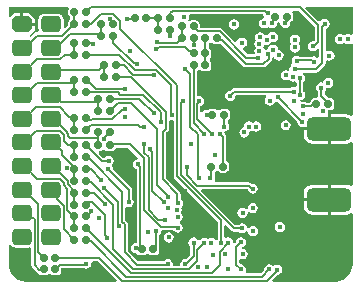
<source format=gbr>
%TF.GenerationSoftware,Altium Limited,Altium Designer,24.3.1 (35)*%
G04 Layer_Physical_Order=4*
G04 Layer_Color=16711680*
%FSLAX45Y45*%
%MOMM*%
%TF.SameCoordinates,49A6F1C3-9DA9-4727-8ECF-3BB51FF8743F*%
%TF.FilePolarity,Positive*%
%TF.FileFunction,Copper,L4,Bot,Signal*%
%TF.Part,Single*%
G01*
G75*
%TA.AperFunction,ConnectorPad*%
G04:AMPARAMS|DCode=10|XSize=2mm|YSize=3.8mm|CornerRadius=0.5mm|HoleSize=0mm|Usage=FLASHONLY|Rotation=270.000|XOffset=0mm|YOffset=0mm|HoleType=Round|Shape=RoundedRectangle|*
%AMROUNDEDRECTD10*
21,1,2.00000,2.80000,0,0,270.0*
21,1,1.00000,3.80000,0,0,270.0*
1,1,1.00000,-1.40000,-0.50000*
1,1,1.00000,-1.40000,0.50000*
1,1,1.00000,1.40000,0.50000*
1,1,1.00000,1.40000,-0.50000*
%
%ADD10ROUNDEDRECTD10*%
%TA.AperFunction,SMDPad,CuDef*%
G04:AMPARAMS|DCode=19|XSize=0.6mm|YSize=0.6mm|CornerRadius=0.15mm|HoleSize=0mm|Usage=FLASHONLY|Rotation=270.000|XOffset=0mm|YOffset=0mm|HoleType=Round|Shape=RoundedRectangle|*
%AMROUNDEDRECTD19*
21,1,0.60000,0.30000,0,0,270.0*
21,1,0.30000,0.60000,0,0,270.0*
1,1,0.30000,-0.15000,-0.15000*
1,1,0.30000,-0.15000,0.15000*
1,1,0.30000,0.15000,0.15000*
1,1,0.30000,0.15000,-0.15000*
%
%ADD19ROUNDEDRECTD19*%
%TA.AperFunction,Conductor*%
%ADD34C,0.15000*%
%ADD37C,0.20000*%
%TA.AperFunction,ComponentPad*%
G04:AMPARAMS|DCode=43|XSize=1.4mm|YSize=1.7mm|CornerRadius=0mm|HoleSize=0mm|Usage=FLASHONLY|Rotation=270.000|XOffset=0mm|YOffset=0mm|HoleType=Round|Shape=Octagon|*
%AMOCTAGOND43*
4,1,8,0.85000,0.35000,0.85000,-0.35000,0.50000,-0.70000,-0.50000,-0.70000,-0.85000,-0.35000,-0.85000,0.35000,-0.50000,0.70000,0.50000,0.70000,0.85000,0.35000,0.0*
%
%ADD43OCTAGOND43*%

G04:AMPARAMS|DCode=44|XSize=1.4mm|YSize=1.7mm|CornerRadius=0.35mm|HoleSize=0mm|Usage=FLASHONLY|Rotation=270.000|XOffset=0mm|YOffset=0mm|HoleType=Round|Shape=RoundedRectangle|*
%AMROUNDEDRECTD44*
21,1,1.40000,1.00000,0,0,270.0*
21,1,0.70000,1.70000,0,0,270.0*
1,1,0.70000,-0.50000,-0.35000*
1,1,0.70000,-0.50000,0.35000*
1,1,0.70000,0.50000,0.35000*
1,1,0.70000,0.50000,-0.35000*
%
%ADD44ROUNDEDRECTD44*%
%TA.AperFunction,ViaPad*%
%ADD45C,0.45000*%
G36*
X553634Y2461056D02*
X552030Y2458655D01*
X549314Y2444999D01*
Y2414999D01*
X552030Y2401342D01*
X559766Y2389765D01*
X560882Y2389019D01*
Y2370979D01*
X559766Y2370234D01*
X552031Y2358656D01*
X549314Y2345000D01*
Y2322576D01*
X524077Y2297339D01*
X509077Y2303552D01*
Y2361000D01*
X504808Y2382460D01*
X492653Y2400653D01*
X474460Y2412808D01*
X453000Y2417077D01*
X353000D01*
X331540Y2412808D01*
X313347Y2400653D01*
X301191Y2382460D01*
X296923Y2361000D01*
Y2291000D01*
X299988Y2275588D01*
X290506Y2260588D01*
X284001D01*
X283999Y2260588D01*
X272294Y2258259D01*
X262371Y2251629D01*
X229843Y2219101D01*
X229054Y2219474D01*
X226415Y2237316D01*
X267400Y2278300D01*
Y2313300D01*
X157000D01*
Y2326000D01*
X144300D01*
Y2421400D01*
X94300D01*
X58944Y2386044D01*
X43944Y2392257D01*
Y2476056D01*
X545616D01*
X553634Y2461056D01*
D02*
G37*
G36*
X2956055Y2245063D02*
X2941055Y2237046D01*
X2936583Y2240034D01*
X2920000Y2243332D01*
X2903417Y2240034D01*
X2895804Y2234947D01*
X2885000Y2231878D01*
X2874196Y2234947D01*
X2866583Y2240034D01*
X2850000Y2243332D01*
X2833417Y2240034D01*
X2819359Y2230640D01*
X2809966Y2216583D01*
X2806667Y2200000D01*
X2809966Y2183417D01*
X2819359Y2169359D01*
X2833417Y2159966D01*
X2850000Y2156668D01*
X2866583Y2159966D01*
X2874196Y2165053D01*
X2885000Y2168121D01*
X2895804Y2165053D01*
X2903417Y2159966D01*
X2920000Y2156668D01*
X2936583Y2159966D01*
X2941055Y2162954D01*
X2956055Y2154937D01*
Y1561269D01*
X2941055Y1553251D01*
X2929420Y1561025D01*
X2900000Y1566877D01*
X2772700D01*
Y1440000D01*
Y1313123D01*
X2900000D01*
X2929420Y1318975D01*
X2941055Y1326749D01*
X2956055Y1318731D01*
Y961269D01*
X2941055Y953251D01*
X2929420Y961026D01*
X2900000Y966877D01*
X2772700D01*
Y840000D01*
Y713123D01*
X2900000D01*
X2929420Y718975D01*
X2941055Y726749D01*
X2956055Y718731D01*
Y650001D01*
Y299999D01*
X2956164Y299449D01*
X2950913Y259563D01*
X2935305Y221881D01*
X2910476Y189524D01*
X2878118Y164695D01*
X2840437Y149087D01*
X2814295Y145645D01*
X2800000Y143944D01*
Y143944D01*
X2283195D01*
X2277454Y157802D01*
X2324946Y205293D01*
X2325946Y206790D01*
X2332361Y208066D01*
X2346418Y217460D01*
X2355812Y231517D01*
X2359110Y248100D01*
X2355812Y264683D01*
X2346418Y278741D01*
X2332361Y288134D01*
X2315778Y291432D01*
X2299195Y288134D01*
X2295378Y285584D01*
X2280640Y280641D01*
X2266583Y290034D01*
X2250000Y293332D01*
X2233417Y290034D01*
X2219360Y280641D01*
X2209966Y266583D01*
X2206668Y250000D01*
X2207278Y246931D01*
X2180674Y220326D01*
X2057031D01*
X2052546Y228718D01*
X2050414Y235326D01*
X2053332Y250000D01*
X2050034Y266583D01*
X2040641Y280641D01*
X2026583Y290034D01*
X2010000Y293332D01*
X2009573Y293248D01*
X1998039Y303448D01*
Y330235D01*
X2013039Y339047D01*
X2025002Y336667D01*
X2041585Y339966D01*
X2055643Y349359D01*
X2065036Y363417D01*
X2068335Y379999D01*
X2065036Y396582D01*
X2055643Y410640D01*
X2041585Y420033D01*
X2026663Y423001D01*
X2023794Y425249D01*
X2017682Y434942D01*
X2019741Y438605D01*
X2026583Y439966D01*
X2040641Y449360D01*
X2050034Y463417D01*
X2053332Y480000D01*
X2050034Y496583D01*
X2040641Y510641D01*
X2026583Y520034D01*
X2010000Y523332D01*
X1993417Y520034D01*
X1979360Y510641D01*
X1969966Y496583D01*
X1966822Y480777D01*
X1965850Y479374D01*
X1960040Y474923D01*
X1955387Y475741D01*
X1944666Y481173D01*
X1942099Y494081D01*
X1932706Y508139D01*
X1918648Y517533D01*
X1902065Y520831D01*
X1886321Y517699D01*
X1885246Y517676D01*
X1871321Y526110D01*
Y619429D01*
X1885179Y625169D01*
X1932240Y578108D01*
X1941336Y572030D01*
X1952066Y569895D01*
X1990121D01*
X1991860Y567293D01*
X2005918Y557900D01*
X2022500Y554601D01*
X2039083Y557900D01*
X2053141Y567293D01*
X2056457Y572256D01*
X2071997Y568514D01*
X2074218Y557347D01*
X2083612Y543289D01*
X2097669Y533896D01*
X2114252Y530598D01*
X2130835Y533896D01*
X2144893Y543289D01*
X2154286Y557347D01*
X2157584Y573930D01*
X2154286Y590513D01*
X2144893Y604571D01*
X2130835Y613964D01*
X2114252Y617262D01*
X2097669Y613964D01*
X2083612Y604571D01*
X2080296Y599608D01*
X2064755Y603350D01*
X2062534Y614516D01*
X2053141Y628574D01*
X2039083Y637968D01*
X2022500Y641266D01*
X2005918Y637968D01*
X1991860Y628574D01*
X1990121Y625972D01*
X1963680D01*
X1671549Y918104D01*
X1677289Y931962D01*
X2068091D01*
X2070711Y918792D01*
X2080104Y904734D01*
X2094162Y895340D01*
X2110745Y892042D01*
X2127327Y895340D01*
X2141385Y904734D01*
X2150779Y918792D01*
X2154077Y935374D01*
X2150779Y951957D01*
X2141385Y966015D01*
X2127327Y975408D01*
X2110745Y978707D01*
X2102571Y977081D01*
X2099826Y979826D01*
X2090730Y985904D01*
X2080000Y988039D01*
X1795709D01*
X1787691Y1003039D01*
X1790342Y1007006D01*
X1793641Y1023589D01*
X1790342Y1040171D01*
X1788039Y1043619D01*
Y1071908D01*
X1788656Y1072031D01*
X1800234Y1079766D01*
X1800980Y1080883D01*
X1819020D01*
X1819766Y1079766D01*
X1831344Y1072031D01*
X1845000Y1069314D01*
X1875000D01*
X1888656Y1072031D01*
X1900233Y1079766D01*
X1907969Y1091344D01*
X1910686Y1105000D01*
Y1135000D01*
X1907969Y1148656D01*
X1900233Y1160234D01*
X1888656Y1167969D01*
X1888586Y1167983D01*
Y1369452D01*
X1886452Y1380182D01*
X1880374Y1389279D01*
X1872722Y1396931D01*
X1873332Y1400000D01*
X1870034Y1416582D01*
X1883608Y1419374D01*
X1886583Y1419966D01*
X1900641Y1429359D01*
X1910034Y1443417D01*
X1913332Y1460000D01*
X1910034Y1476583D01*
X1900641Y1490640D01*
X1898038Y1492379D01*
Y1511908D01*
X1898656Y1512031D01*
X1910233Y1519766D01*
X1917969Y1531344D01*
X1920686Y1545000D01*
Y1575000D01*
X1917969Y1588656D01*
X1910233Y1600234D01*
X1898656Y1607969D01*
X1885000Y1610686D01*
X1855000D01*
X1841344Y1607969D01*
X1829766Y1600234D01*
X1829020Y1599117D01*
X1810980D01*
X1810234Y1600234D01*
X1798656Y1607969D01*
X1785000Y1610686D01*
X1755000D01*
X1741344Y1607969D01*
X1731100Y1601125D01*
X1720000Y1603332D01*
X1703417Y1600034D01*
X1689360Y1590640D01*
X1683039Y1581181D01*
X1668039Y1585731D01*
Y1635793D01*
X1671007Y1636384D01*
X1685065Y1645777D01*
X1694458Y1659835D01*
X1697757Y1676418D01*
X1694458Y1693000D01*
X1685065Y1707058D01*
X1671007Y1716451D01*
X1654424Y1719750D01*
X1649634Y1718797D01*
X1638039Y1728313D01*
Y1931908D01*
X1638656Y1932031D01*
X1650234Y1939767D01*
X1650980Y1940883D01*
X1669020D01*
X1669766Y1939767D01*
X1681344Y1932031D01*
X1695000Y1929314D01*
X1725000D01*
X1738656Y1932031D01*
X1750233Y1939767D01*
X1757969Y1951344D01*
X1760686Y1965000D01*
Y1995000D01*
X1757969Y2008656D01*
X1750233Y2020234D01*
X1749117Y2020980D01*
Y2039020D01*
X1750233Y2039766D01*
X1757969Y2051344D01*
X1760686Y2065000D01*
Y2095000D01*
X1757969Y2108656D01*
X1750233Y2120234D01*
X1740588Y2126679D01*
Y2163321D01*
X1750234Y2169766D01*
X1750980Y2170883D01*
X1769020D01*
X1769766Y2169766D01*
X1781344Y2162031D01*
X1795000Y2159314D01*
X1825000D01*
X1838373Y2161974D01*
X2030174Y1970174D01*
X2039270Y1964096D01*
X2050000Y1961962D01*
X2200000D01*
X2210730Y1964096D01*
X2219826Y1970174D01*
X2264449Y2014796D01*
X2270527Y2023893D01*
X2272661Y2034622D01*
X2274174Y2036581D01*
X2287459Y2044946D01*
X2290562Y2044249D01*
X2298736Y2032015D01*
X2312794Y2022622D01*
X2329377Y2019323D01*
X2345959Y2022622D01*
X2360017Y2032015D01*
X2369411Y2046073D01*
X2372709Y2062656D01*
X2369411Y2079238D01*
X2360017Y2093296D01*
X2345959Y2102690D01*
X2329377Y2105988D01*
X2323091Y2120032D01*
X2321921Y2125910D01*
X2312528Y2139968D01*
X2298470Y2149361D01*
X2281887Y2152660D01*
X2265305Y2149361D01*
X2251247Y2139968D01*
X2241854Y2125910D01*
X2239505Y2114102D01*
X2239172Y2114168D01*
X2223597Y2111070D01*
X2218941Y2110918D01*
X2209793Y2114707D01*
X2206440Y2118119D01*
X2198405Y2130144D01*
X2205967Y2141462D01*
X2208308Y2153229D01*
X2211240Y2154444D01*
X2227823Y2151145D01*
X2244405Y2154444D01*
X2258463Y2163837D01*
X2267835Y2177863D01*
X2281058Y2175233D01*
X2297641Y2178531D01*
X2311699Y2187925D01*
X2321092Y2201983D01*
X2324391Y2218565D01*
X2321092Y2235148D01*
X2311699Y2249206D01*
X2297641Y2258599D01*
X2281058Y2261898D01*
X2264476Y2258599D01*
X2250418Y2249206D01*
X2241046Y2235180D01*
X2227823Y2237810D01*
X2211828Y2234629D01*
X2204471Y2245640D01*
X2190413Y2255033D01*
X2173831Y2258332D01*
X2157248Y2255033D01*
X2143190Y2245640D01*
X2133797Y2231582D01*
X2130498Y2214999D01*
X2133797Y2198416D01*
X2138754Y2190997D01*
X2135293Y2188685D01*
X2125899Y2174627D01*
X2122601Y2158044D01*
X2125899Y2141462D01*
X2134590Y2128455D01*
X2127028Y2117138D01*
X2123729Y2100555D01*
X2126660Y2085823D01*
X2121662Y2077810D01*
X2116821Y2072249D01*
X2067404D01*
X2026906Y2112747D01*
X2031843Y2129023D01*
X2036583Y2129966D01*
X2050641Y2139359D01*
X2060034Y2153417D01*
X2063332Y2170000D01*
X2060034Y2186583D01*
X2050641Y2200641D01*
X2036583Y2210034D01*
X2020000Y2213332D01*
X2003417Y2210034D01*
X1989359Y2200641D01*
X1979966Y2186583D01*
X1979023Y2181843D01*
X1962747Y2176905D01*
X1849826Y2289826D01*
X1840730Y2295904D01*
X1830000Y2298039D01*
X1661614D01*
X1660686Y2298967D01*
Y2325000D01*
X1657969Y2338656D01*
X1650234Y2350234D01*
X1638656Y2357969D01*
X1625000Y2360686D01*
X1595000D01*
X1581344Y2357969D01*
X1574855Y2353634D01*
X1564041Y2364448D01*
X1570034Y2373417D01*
X1573332Y2390000D01*
X1571570Y2398861D01*
X1581838Y2413861D01*
X2195379D01*
X2197349Y2403956D01*
X2204900Y2392656D01*
X2202530Y2381598D01*
X2199905Y2376427D01*
X2191097Y2374675D01*
X2177039Y2365282D01*
X2167646Y2351224D01*
X2164347Y2334641D01*
X2167646Y2318058D01*
X2177039Y2304000D01*
X2191097Y2294607D01*
X2207680Y2291309D01*
X2224262Y2294607D01*
X2228975Y2297756D01*
X2242406Y2303187D01*
X2256464Y2293794D01*
X2273047Y2290495D01*
X2289629Y2293794D01*
X2303687Y2303187D01*
X2313080Y2317245D01*
X2316379Y2333828D01*
X2316372Y2333862D01*
X2330112Y2341672D01*
X2330393Y2341603D01*
X2343462Y2333883D01*
X2345818Y2322036D01*
X2355212Y2307978D01*
X2369270Y2298585D01*
X2385852Y2295286D01*
X2402435Y2298585D01*
X2416493Y2307978D01*
X2425886Y2322036D01*
X2429185Y2338619D01*
X2428512Y2342002D01*
X2428656Y2342031D01*
X2440234Y2349766D01*
X2447969Y2361344D01*
X2450686Y2375000D01*
Y2405000D01*
X2447969Y2418656D01*
X2442821Y2426361D01*
X2447727Y2439266D01*
X2449466Y2441361D01*
X2498986D01*
X2634462Y2305886D01*
Y2194029D01*
X2621683Y2182998D01*
X2620000Y2183332D01*
X2603417Y2180034D01*
X2589360Y2170641D01*
X2579966Y2156583D01*
X2576668Y2140000D01*
X2579966Y2123417D01*
X2589360Y2109360D01*
X2603417Y2099966D01*
X2620000Y2096668D01*
X2636583Y2099966D01*
X2650641Y2109360D01*
X2656961Y2118819D01*
X2671961Y2114269D01*
Y2049743D01*
X2669426Y2047705D01*
X2656961Y2043099D01*
X2646583Y2050034D01*
X2630000Y2053332D01*
X2613417Y2050034D01*
X2610431Y2048039D01*
X2510324D01*
X2500871Y2054355D01*
X2484288Y2057653D01*
X2467706Y2054355D01*
X2453648Y2044962D01*
X2444254Y2030904D01*
X2440956Y2014321D01*
X2444254Y1997739D01*
X2438629Y1979158D01*
X2434259Y1976238D01*
X2424865Y1962180D01*
X2421567Y1945597D01*
X2422262Y1942103D01*
X2408762Y1933082D01*
X2407998Y1933593D01*
X2391415Y1936892D01*
X2374833Y1933593D01*
X2360775Y1924200D01*
X2351381Y1910142D01*
X2348083Y1893559D01*
X2351381Y1876977D01*
X2360775Y1862919D01*
X2374833Y1853525D01*
X2391415Y1850227D01*
X2407998Y1853525D01*
X2418428Y1860495D01*
X2423813Y1852435D01*
X2437871Y1843042D01*
X2454454Y1839744D01*
X2470455Y1842926D01*
X2474293Y1839885D01*
X2482053Y1832363D01*
Y1808772D01*
X2467053Y1797891D01*
X2459498Y1799394D01*
X2442915Y1796096D01*
X2428857Y1786702D01*
X2428822Y1786649D01*
X1956063D01*
X1956062Y1786650D01*
X1944356Y1784321D01*
X1934433Y1777691D01*
X1920062Y1763320D01*
X1920000Y1763333D01*
X1903417Y1760034D01*
X1889359Y1750641D01*
X1879966Y1736583D01*
X1876668Y1720000D01*
X1879966Y1703417D01*
X1889359Y1689360D01*
X1903417Y1679966D01*
X1920000Y1676668D01*
X1936583Y1679966D01*
X1950640Y1689360D01*
X1960034Y1703417D01*
X1963332Y1720000D01*
X1976371Y1725474D01*
X2219646D01*
X2224196Y1710474D01*
X2224152Y1710444D01*
X2214759Y1696386D01*
X2211460Y1679804D01*
X2214759Y1663221D01*
X2224152Y1649163D01*
X2238210Y1639770D01*
X2254793Y1636471D01*
X2271375Y1639770D01*
X2285433Y1649163D01*
X2294826Y1663221D01*
X2294902Y1663601D01*
X2306389Y1668359D01*
X2322971Y1665061D01*
X2326040Y1665671D01*
X2487505Y1504207D01*
X2486668Y1500000D01*
X2489966Y1483417D01*
X2499359Y1469360D01*
X2513417Y1459966D01*
X2530000Y1456668D01*
X2531528Y1456971D01*
X2536733Y1452700D01*
X2747300D01*
Y1579015D01*
X2745722Y1581877D01*
X2748333Y1595000D01*
X2751873Y1599314D01*
X2765000D01*
X2778656Y1602031D01*
X2790234Y1609766D01*
X2797969Y1621344D01*
X2800686Y1635000D01*
Y1665000D01*
X2797969Y1678656D01*
X2790234Y1690234D01*
X2778656Y1697969D01*
X2765000Y1700686D01*
X2752572D01*
X2720588Y1732670D01*
Y1759324D01*
X2720640Y1759359D01*
X2730034Y1773417D01*
X2730625Y1776391D01*
X2733418Y1789966D01*
X2750000Y1786667D01*
X2766583Y1789966D01*
X2780641Y1799359D01*
X2790034Y1813417D01*
X2793332Y1830000D01*
X2790034Y1846583D01*
X2780641Y1860640D01*
X2766583Y1870034D01*
X2750000Y1873332D01*
X2733417Y1870034D01*
X2719360Y1860640D01*
X2709966Y1846583D01*
X2709375Y1843608D01*
X2706582Y1830034D01*
X2690000Y1833332D01*
X2673417Y1830034D01*
X2659359Y1820641D01*
X2649966Y1806583D01*
X2646668Y1790000D01*
X2649966Y1773417D01*
X2659359Y1759359D01*
X2659412Y1759324D01*
Y1720001D01*
X2659412Y1720000D01*
X2660270Y1715686D01*
X2650865Y1701736D01*
X2649124Y1700686D01*
X2635000D01*
X2621344Y1697969D01*
X2609767Y1690234D01*
X2602031Y1678656D01*
X2599359Y1665225D01*
X2592173Y1658039D01*
X2572379D01*
X2570641Y1660641D01*
X2556583Y1670034D01*
X2540000Y1673332D01*
X2527488Y1670844D01*
X2516697Y1677900D01*
X2513606Y1681519D01*
X2513889Y1684002D01*
X2517554Y1685392D01*
X2526798Y1687230D01*
X2540856Y1696624D01*
X2550249Y1710682D01*
X2553548Y1727264D01*
X2550249Y1743847D01*
X2540856Y1757905D01*
X2538131Y1759726D01*
Y1834714D01*
X2540733Y1836453D01*
X2550126Y1850511D01*
X2553424Y1867094D01*
X2550126Y1883676D01*
X2540733Y1897734D01*
X2533512Y1902559D01*
X2538062Y1917559D01*
X2645597D01*
X2656327Y1919693D01*
X2665423Y1925771D01*
X2719826Y1980174D01*
X2725904Y1989270D01*
X2728038Y2000000D01*
Y2012201D01*
X2743038Y2020219D01*
X2743417Y2019966D01*
X2760000Y2016668D01*
X2776583Y2019966D01*
X2790641Y2029359D01*
X2800034Y2043417D01*
X2803332Y2060000D01*
X2800034Y2076583D01*
X2790641Y2090640D01*
X2776583Y2100034D01*
X2760000Y2103332D01*
X2743417Y2100034D01*
X2743038Y2099781D01*
X2728038Y2107798D01*
Y2288266D01*
X2736583Y2289966D01*
X2750640Y2299359D01*
X2760034Y2313417D01*
X2763332Y2330000D01*
X2760034Y2346583D01*
X2750640Y2360640D01*
X2736583Y2370034D01*
X2720000Y2373332D01*
X2703417Y2370034D01*
X2689359Y2360640D01*
X2685701Y2355165D01*
X2667036Y2352616D01*
X2557455Y2462198D01*
X2563195Y2476056D01*
X2956055D01*
Y2245063D01*
D02*
G37*
G36*
X1423747Y1515651D02*
X1428452Y1516587D01*
X1440047Y1507071D01*
Y1041941D01*
X1442181Y1031211D01*
X1448259Y1022114D01*
X1815244Y655129D01*
Y509878D01*
X1812642Y508139D01*
X1809447Y503358D01*
X1791406D01*
X1788923Y507075D01*
X1774865Y516468D01*
X1758282Y519767D01*
X1741700Y516468D01*
X1728629Y507734D01*
X1717378Y515252D01*
X1700795Y518551D01*
X1684213Y515252D01*
X1670155Y505859D01*
X1664493Y497386D01*
X1660579Y496492D01*
X1647762Y497482D01*
X1640640Y508139D01*
X1626582Y517533D01*
X1610000Y520831D01*
X1593417Y517533D01*
X1579359Y508139D01*
X1569966Y494081D01*
X1566667Y477499D01*
X1569966Y460916D01*
X1579359Y446858D01*
X1581961Y445120D01*
Y371614D01*
X1547022Y336674D01*
X1540000Y338071D01*
X1523417Y334773D01*
X1509359Y325379D01*
X1499966Y311321D01*
X1496668Y294739D01*
X1497238Y291872D01*
X1487722Y280277D01*
X1442278D01*
X1432762Y291872D01*
X1433332Y294739D01*
X1430034Y311321D01*
X1420641Y325379D01*
X1406583Y334773D01*
X1390000Y338071D01*
X1373417Y334773D01*
X1359359Y325379D01*
X1354454Y318038D01*
X1141614D01*
X1053797Y405855D01*
Y634241D01*
X1051663Y644971D01*
X1045585Y654068D01*
X1033440Y666213D01*
Y769492D01*
X1048440Y778826D01*
X1059292Y776667D01*
X1075875Y779966D01*
X1089933Y789359D01*
X1099326Y803417D01*
X1102625Y820000D01*
X1099326Y836582D01*
X1089933Y850640D01*
X1088038Y851906D01*
Y924340D01*
X1085904Y935070D01*
X1079826Y944166D01*
X930129Y1093864D01*
X930739Y1096933D01*
X927441Y1113516D01*
X918047Y1127573D01*
X922729Y1142486D01*
X930034Y1153417D01*
X933332Y1170000D01*
X930034Y1186583D01*
X920641Y1200640D01*
X906583Y1210034D01*
X890000Y1213332D01*
X873417Y1210034D01*
X859359Y1200640D01*
X857621Y1198038D01*
X842717D01*
X810930Y1229826D01*
X810929Y1229827D01*
X805299Y1235456D01*
X811040Y1249314D01*
X815000D01*
X828656Y1252031D01*
X840234Y1259766D01*
X840980Y1260883D01*
X859020D01*
X859766Y1259766D01*
X871344Y1252031D01*
X885000Y1249314D01*
X915000D01*
X928656Y1252031D01*
X940234Y1259766D01*
X947969Y1271344D01*
X950081Y1281961D01*
X1058386D01*
X1142407Y1197941D01*
X1141533Y1192635D01*
X1136498Y1182636D01*
X1123417Y1180034D01*
X1109359Y1170641D01*
X1099966Y1156583D01*
X1096668Y1140000D01*
X1099966Y1123417D01*
X1109359Y1109359D01*
X1123417Y1099966D01*
X1127564Y1099141D01*
Y479540D01*
X1120000Y473332D01*
X1103417Y470034D01*
X1089360Y460640D01*
X1079966Y446583D01*
X1076668Y430000D01*
X1079966Y413417D01*
X1089360Y399359D01*
X1103417Y389966D01*
X1120000Y386668D01*
X1124551Y387573D01*
X1129767Y379766D01*
X1141344Y372031D01*
X1155000Y369314D01*
X1185000D01*
X1198656Y372031D01*
X1210234Y379766D01*
X1210980Y380883D01*
X1229020D01*
X1229766Y379766D01*
X1241344Y372031D01*
X1255000Y369314D01*
X1285000D01*
X1298656Y372031D01*
X1310234Y379766D01*
X1317969Y391344D01*
X1320686Y405000D01*
Y435000D01*
X1319177Y442586D01*
X1319825Y445845D01*
Y539995D01*
X1322427Y541733D01*
X1331820Y555791D01*
X1335119Y572374D01*
X1342987Y581961D01*
X1438173D01*
X1443453Y574060D01*
X1457511Y564667D01*
X1474093Y561368D01*
X1490676Y564667D01*
X1504734Y574060D01*
X1514127Y588118D01*
X1517426Y604701D01*
X1514127Y621283D01*
X1504734Y635341D01*
X1497478Y640189D01*
X1497464Y640223D01*
X1498233Y657361D01*
X1506156Y662655D01*
X1515549Y676713D01*
X1518848Y693296D01*
X1515549Y709878D01*
X1506156Y723936D01*
X1501676Y726930D01*
X1506010Y733416D01*
X1509308Y749999D01*
X1506010Y766582D01*
X1501307Y773619D01*
X1508140Y778185D01*
X1517534Y792243D01*
X1520832Y808826D01*
X1517534Y825408D01*
X1508140Y839466D01*
X1499747Y845075D01*
Y888292D01*
X1497612Y899022D01*
X1491534Y908118D01*
X1375539Y1024114D01*
Y1405990D01*
X1392326Y1422778D01*
X1398404Y1431874D01*
X1400538Y1442604D01*
Y1506710D01*
X1415539Y1517284D01*
X1423747Y1515651D01*
D02*
G37*
G36*
X67347Y451347D02*
X85540Y439191D01*
X107000Y434922D01*
X207000D01*
X221461Y437799D01*
X236462Y427871D01*
Y285500D01*
X238596Y274770D01*
X244674Y265674D01*
X283961Y226387D01*
X292453Y220713D01*
X299766Y209766D01*
X311344Y202031D01*
X325000Y199314D01*
X355000D01*
X368656Y202031D01*
X380234Y209766D01*
X380980Y210883D01*
X399020D01*
X399766Y209766D01*
X411344Y202031D01*
X425000Y199314D01*
X455000D01*
X468656Y202031D01*
X480233Y209766D01*
X487969Y221344D01*
X490686Y235000D01*
Y261033D01*
X491614Y261961D01*
X680431D01*
X683417Y259966D01*
X700000Y256668D01*
X716583Y259966D01*
X730641Y269359D01*
X740034Y283417D01*
X743333Y300000D01*
X742455Y304412D01*
X754765Y319412D01*
X797330D01*
X958941Y157802D01*
X953201Y143944D01*
X200000D01*
X199453Y143835D01*
X159563Y149087D01*
X121882Y164695D01*
X89524Y189524D01*
X64695Y221882D01*
X49087Y259563D01*
X43836Y299453D01*
X43944Y299999D01*
Y459373D01*
X58944Y463923D01*
X67347Y451347D01*
D02*
G37*
%LPC*%
G36*
X219700Y2421400D02*
X169700D01*
Y2338700D01*
X267400D01*
Y2373700D01*
X219700Y2421400D01*
D02*
G37*
G36*
X1952558Y2368333D02*
X1935975Y2365034D01*
X1921917Y2355641D01*
X1912524Y2341583D01*
X1909225Y2325000D01*
X1912524Y2308418D01*
X1921917Y2294360D01*
X1935975Y2284966D01*
X1952558Y2281668D01*
X1969140Y2284966D01*
X1983198Y2294360D01*
X1992592Y2308418D01*
X1995890Y2325000D01*
X1992592Y2341583D01*
X1983198Y2355641D01*
X1969140Y2365034D01*
X1952558Y2368333D01*
D02*
G37*
G36*
X2468052Y2236886D02*
X2451470Y2233588D01*
X2437412Y2224194D01*
X2428018Y2210137D01*
X2424720Y2193554D01*
X2428018Y2176971D01*
X2437411Y2162913D01*
X2431955Y2149560D01*
X2429966Y2146583D01*
X2426667Y2130000D01*
X2429966Y2113417D01*
X2439359Y2099360D01*
X2453417Y2089966D01*
X2470000Y2086668D01*
X2486583Y2089966D01*
X2500640Y2099360D01*
X2510034Y2113417D01*
X2513332Y2130000D01*
X2510034Y2146583D01*
X2500641Y2160641D01*
X2506097Y2173994D01*
X2508086Y2176971D01*
X2511385Y2193554D01*
X2508086Y2210137D01*
X2498693Y2224194D01*
X2484635Y2233588D01*
X2468052Y2236886D01*
D02*
G37*
G36*
X2139948Y1503384D02*
X2123365Y1500086D01*
X2109935Y1491112D01*
X2096583Y1500034D01*
X2080000Y1503332D01*
X2063417Y1500034D01*
X2049359Y1490640D01*
X2039966Y1476583D01*
X2036668Y1460000D01*
X2038070Y1452949D01*
X2023417Y1450034D01*
X2009359Y1440641D01*
X1999966Y1426583D01*
X1996668Y1410000D01*
X1999966Y1393417D01*
X2009359Y1379359D01*
X2023417Y1369966D01*
X2040000Y1366668D01*
X2056583Y1369966D01*
X2070641Y1379359D01*
X2080034Y1393417D01*
X2083332Y1410000D01*
X2081930Y1417051D01*
X2096583Y1419966D01*
X2110013Y1428940D01*
X2123365Y1420018D01*
X2139948Y1416720D01*
X2156531Y1420018D01*
X2170588Y1429411D01*
X2179982Y1443469D01*
X2183280Y1460052D01*
X2179982Y1476635D01*
X2170588Y1490692D01*
X2156531Y1500086D01*
X2139948Y1503384D01*
D02*
G37*
G36*
X2390000Y1513333D02*
X2373417Y1510034D01*
X2359360Y1500641D01*
X2349966Y1486583D01*
X2346668Y1470000D01*
X2349966Y1453417D01*
X2359360Y1439360D01*
X2373417Y1429966D01*
X2390000Y1426668D01*
X2406583Y1429966D01*
X2420641Y1439360D01*
X2430034Y1453417D01*
X2433332Y1470000D01*
X2430034Y1486583D01*
X2420641Y1500641D01*
X2406583Y1510034D01*
X2390000Y1513333D01*
D02*
G37*
G36*
X2747300Y1427300D02*
X2543123D01*
Y1390000D01*
X2548975Y1360580D01*
X2565640Y1335639D01*
X2590581Y1318975D01*
X2620000Y1313123D01*
X2747300D01*
Y1427300D01*
D02*
G37*
G36*
Y966877D02*
X2620000D01*
X2590581Y961026D01*
X2565640Y944361D01*
X2548975Y919420D01*
X2543123Y890000D01*
Y852700D01*
X2747300D01*
Y966877D01*
D02*
G37*
G36*
X2110236Y812556D02*
X2093653Y809258D01*
X2079595Y799865D01*
X2070202Y785807D01*
X2066903Y769224D01*
X2067012Y768679D01*
X2060101Y763694D01*
X2053197Y761243D01*
X2040959Y769420D01*
X2024376Y772719D01*
X2007793Y769420D01*
X1993735Y760027D01*
X1984342Y745969D01*
X1981044Y729386D01*
X1984342Y712804D01*
X1993735Y698746D01*
X2007793Y689352D01*
X2024376Y686054D01*
X2040959Y689352D01*
X2055016Y698746D01*
X2064410Y712804D01*
X2067708Y729386D01*
X2067600Y729931D01*
X2074511Y734916D01*
X2081415Y737368D01*
X2093653Y729190D01*
X2110236Y725892D01*
X2126818Y729190D01*
X2140876Y738583D01*
X2150270Y752641D01*
X2153568Y769224D01*
X2150270Y785807D01*
X2140876Y799865D01*
X2126818Y809258D01*
X2110236Y812556D01*
D02*
G37*
G36*
X2747300Y827300D02*
X2543123D01*
Y790000D01*
X2548975Y760580D01*
X2565640Y735640D01*
X2590581Y718975D01*
X2620000Y713123D01*
X2747300D01*
Y827300D01*
D02*
G37*
G36*
X2340000Y653332D02*
X2323417Y650034D01*
X2309359Y640641D01*
X2299966Y626583D01*
X2296667Y610000D01*
X2299966Y593417D01*
X2309359Y579360D01*
X2323417Y569966D01*
X2340000Y566668D01*
X2356583Y569966D01*
X2370640Y579360D01*
X2380034Y593417D01*
X2383332Y610000D01*
X2380034Y626583D01*
X2370640Y640641D01*
X2356583Y650034D01*
X2340000Y653332D01*
D02*
G37*
G36*
X1398915Y564648D02*
X1382332Y561350D01*
X1368274Y551956D01*
X1358881Y537898D01*
X1355582Y521316D01*
X1358881Y504733D01*
X1368274Y490675D01*
X1382332Y481282D01*
X1398915Y477983D01*
X1415497Y481282D01*
X1429555Y490675D01*
X1438949Y504733D01*
X1442247Y521316D01*
X1438949Y537898D01*
X1429555Y551956D01*
X1415497Y561350D01*
X1398915Y564648D01*
D02*
G37*
%LPD*%
D10*
X2760000Y840000D02*
D03*
Y1440000D02*
D03*
D19*
X1770000Y1560000D02*
D03*
X1870000D02*
D03*
X700000Y700000D02*
D03*
X600000D02*
D03*
Y600000D02*
D03*
X700000D02*
D03*
X1210000Y2380000D02*
D03*
X1110000D02*
D03*
X1710000Y2080000D02*
D03*
X1610000D02*
D03*
X440000Y250000D02*
D03*
X340000D02*
D03*
X2750000Y1650000D02*
D03*
X2650000D02*
D03*
X700000Y1100000D02*
D03*
X600000D02*
D03*
X700000Y1850000D02*
D03*
X600000D02*
D03*
X699999Y2429999D02*
D03*
X599999D02*
D03*
X930000Y2330000D02*
D03*
X830000D02*
D03*
X950000Y1980000D02*
D03*
X850000D02*
D03*
X700000Y2170000D02*
D03*
X600000D02*
D03*
X1410000Y2380000D02*
D03*
X1310000D02*
D03*
X1610000Y2310000D02*
D03*
X1510000D02*
D03*
X900000Y1690000D02*
D03*
X800000D02*
D03*
X1810000Y2210000D02*
D03*
X1710000D02*
D03*
X700000Y900000D02*
D03*
X600000D02*
D03*
X700000Y1300000D02*
D03*
X600000D02*
D03*
X900000Y1410000D02*
D03*
X800000D02*
D03*
X2300000Y2390000D02*
D03*
X2400000D02*
D03*
X700000Y1530000D02*
D03*
X600000D02*
D03*
X600000Y1750000D02*
D03*
X700000D02*
D03*
X1510000Y2210000D02*
D03*
X1610000D02*
D03*
X600000Y1430000D02*
D03*
X700000D02*
D03*
X1310000Y2280000D02*
D03*
X1410000D02*
D03*
X800000Y1590000D02*
D03*
X900000D02*
D03*
X600000Y2330000D02*
D03*
X700000D02*
D03*
X930000Y2230000D02*
D03*
X830000D02*
D03*
X700000Y500000D02*
D03*
X600000D02*
D03*
Y1000000D02*
D03*
X700000D02*
D03*
X440000Y350000D02*
D03*
X340000D02*
D03*
X1610000Y1980000D02*
D03*
X1710000D02*
D03*
X700000Y800000D02*
D03*
X600000D02*
D03*
X950000Y1880000D02*
D03*
X850000D02*
D03*
X700000Y2070000D02*
D03*
X600000D02*
D03*
X1760000Y1120000D02*
D03*
X1860000D02*
D03*
X600000Y1200000D02*
D03*
X700000D02*
D03*
X1170000Y420000D02*
D03*
X1270000D02*
D03*
X800000Y1300000D02*
D03*
X900000D02*
D03*
D34*
X1410000Y2420000D02*
X1431900Y2441900D01*
X2211097D02*
X2232458Y2420539D01*
X739401Y2469400D02*
X2510600D01*
X1431900Y2441900D02*
X2211097D01*
X1720000Y1560000D02*
X1770000D01*
X2530000Y1500000D02*
Y1501364D01*
X2322971Y1708393D02*
X2530000Y1501364D01*
X1550000Y1049798D02*
Y1120000D01*
X1639798Y960000D02*
X2080000D01*
X1550000Y1049798D02*
X1639798Y960000D01*
X1843282Y477499D02*
Y666743D01*
X1468085Y1041941D02*
X1843282Y666743D01*
X1468085Y1041941D02*
Y1811915D01*
X1500000Y1050000D02*
Y1656213D01*
X1952066Y597934D02*
X2022500D01*
X1500000Y1050000D02*
X1952066Y597934D01*
X2080000Y960000D02*
X2104626Y935374D01*
X2110745D01*
X1150000Y430000D02*
X1155603Y435603D01*
X1060000Y810000D02*
Y924340D01*
X1155603Y435603D02*
X1160000Y440000D01*
X1155603Y435603D02*
Y1116279D01*
Y434397D02*
Y435603D01*
X2010000Y480000D02*
X2010060Y480060D01*
X1970000Y440000D02*
X2010000Y480000D01*
X1830000Y290000D02*
Y399570D01*
X1762238Y222238D02*
X1830000Y290000D01*
X1190000Y750000D02*
Y1190000D01*
X900001Y1310000D02*
X1070000D01*
X1190000Y1190000D01*
X1870000Y1460000D02*
X1870000Y1460000D01*
X1870000Y1460000D02*
Y1560000D01*
X1830000Y1400000D02*
X1860547Y1369452D01*
Y1120548D02*
Y1369452D01*
X1640000Y1526168D02*
Y1653876D01*
Y1526168D02*
X1765237Y1400931D01*
X1610000Y1490000D02*
Y1980000D01*
Y1490000D02*
X1700000Y1400000D01*
X1645851Y1030297D02*
Y1048087D01*
X1581592Y1458408D02*
X1645594Y1394406D01*
X1645851Y1030297D02*
X1651592Y1024557D01*
X1645594Y1048344D02*
X1645851Y1048087D01*
X1645594Y1048344D02*
Y1394406D01*
X920000Y1520000D02*
X1001424Y1601425D01*
X751109Y1520000D02*
X920000D01*
X1001424Y1601425D02*
X1024749D01*
X1030489Y1607165D01*
X902850Y1692851D02*
X1150963D01*
X900000Y1690000D02*
X902850Y1692851D01*
X1150963D02*
X1272521Y1571293D01*
X1083245Y1656754D02*
X1297570Y1442429D01*
X900000Y1590000D02*
X966754Y1656754D01*
X1083245D01*
X783155Y1778131D02*
X1028131D01*
X1030000Y1780000D01*
X1272056Y1897655D02*
X1275452Y1894259D01*
X1246391Y1897655D02*
X1272056D01*
X1295563Y1938625D02*
X1420000Y1814188D01*
X1111375Y1938625D02*
X1295563D01*
X1420000Y1562731D02*
Y1814188D01*
X1244046Y1900000D02*
X1246391Y1897655D01*
X1100000Y1900000D02*
X1244046D01*
X980000Y2070000D02*
X1111375Y1938625D01*
X990000Y2290000D02*
X1468085Y1811915D01*
X990000Y2290000D02*
Y2354140D01*
X1181221Y1730000D02*
X1330000Y1581221D01*
X990000Y1730000D02*
X1181221D01*
X1330000Y1500000D02*
Y1581221D01*
X1372500Y1442604D02*
Y1584441D01*
X1076941Y1880000D02*
X1372500Y1584441D01*
X950000Y1880000D02*
X1076941D01*
X1347500Y1012500D02*
Y1417604D01*
X1372500Y1442604D01*
X1347500Y1012500D02*
X1471708Y888292D01*
X1420000Y1562731D02*
X1423747Y1558984D01*
X1136213Y1471740D02*
X1153787Y1454166D01*
X1166213D01*
X1166307Y1454260D02*
X1184260D01*
X1166213Y1454166D02*
X1166307Y1454260D01*
X1184260D02*
X1190000Y1460000D01*
X1471708Y832611D02*
Y888292D01*
X1471760Y814566D02*
Y832560D01*
Y814566D02*
X1477500Y808826D01*
X1471708Y832611D02*
X1471760Y832560D01*
X1902065Y471635D02*
Y477499D01*
X1830000Y399570D02*
X1902065Y471635D01*
X825359Y2415359D02*
X928780D01*
X990000Y2354140D01*
X1650000Y2270000D02*
X1830000D01*
X1610000Y2310000D02*
X1650000Y2270000D01*
X1830000D02*
X2055790Y2044210D01*
X1826516Y2193484D02*
X1846516D01*
X2050000Y1990000D01*
X1810000Y2210000D02*
X1826516Y2193484D01*
X2510600Y2469400D02*
X2662500Y2317500D01*
Y2176747D02*
Y2317500D01*
X2510092Y1727356D02*
Y1867094D01*
X1140000Y1131882D02*
Y1140000D01*
X1155603Y434397D02*
X1170000Y420000D01*
X1140000Y1131882D02*
X1155603Y1116279D01*
X1150000Y426929D02*
Y430000D01*
X1125000Y425000D02*
X1148071D01*
X1150000Y426929D01*
X1120000Y430000D02*
X1125000Y425000D01*
X1260000Y915035D02*
X1357061Y817974D01*
X1260000Y915035D02*
Y1246213D01*
X1190000Y750000D02*
X1330000Y610000D01*
X1230000Y750000D02*
Y1200000D01*
Y750000D02*
X1307609Y672391D01*
X1240000Y1266213D02*
X1260000Y1246213D01*
X1540000Y1950000D02*
X1581592Y1908408D01*
Y1458408D02*
Y1908408D01*
X1610000Y2150000D02*
Y2210000D01*
X831103Y1170000D02*
X890000D01*
X850052Y940052D02*
X970000Y820104D01*
Y638014D02*
Y820104D01*
X1005401Y654599D02*
X1025759Y634241D01*
X979948Y619948D02*
Y628066D01*
X1025759Y394241D02*
Y634241D01*
X970000Y638014D02*
X979948Y628066D01*
X1005401Y654599D02*
Y905885D01*
X729156Y1182130D02*
X1005401Y905885D01*
X855802Y802828D02*
Y804198D01*
X765000Y895000D02*
X855802Y804198D01*
X1307609Y672391D02*
X1367609D01*
X887407Y1096933D02*
X1060000Y924340D01*
X1025759Y394241D02*
X1130000Y290000D01*
X741516Y988484D02*
X930000Y800000D01*
Y420000D02*
Y800000D01*
X681882Y290000D02*
X691882Y300000D01*
X700000D01*
X440000Y250000D02*
X480000Y290000D01*
X681882D01*
X1520000Y1676213D02*
Y1680000D01*
X1500000Y1656213D02*
X1520000Y1676213D01*
X741740Y1471740D02*
X1136213D01*
X1190000Y1240000D02*
Y1310000D01*
Y1240000D02*
X1230000Y1200000D01*
X1240000Y1266213D02*
Y1270000D01*
X1297570Y966390D02*
Y1442429D01*
X740000Y2330000D02*
X825359Y2415359D01*
X700000Y2330000D02*
X740000D01*
X1126486Y1997126D02*
X1131500Y1992112D01*
X1102875Y1997126D02*
X1126486D01*
X930000Y2170000D02*
Y2230000D01*
Y2170000D02*
X1102875Y1997126D01*
X930000Y420000D02*
X1097762Y252239D01*
X462215Y1080479D02*
X547500Y995194D01*
Y969467D02*
Y995194D01*
X425523Y1080479D02*
X462215D01*
X379999Y1126002D02*
X425523Y1080479D01*
X1270000Y420000D02*
Y424059D01*
X1291786Y445845D01*
Y572374D01*
X1970000Y290000D02*
X2010000Y250000D01*
X1970000Y290000D02*
Y440000D01*
X740000Y1100000D02*
X830000Y1010000D01*
X700000Y1100000D02*
X740000D01*
X711516Y988484D02*
X741516D01*
X700000Y1000000D02*
X711516Y988484D01*
X705000Y895000D02*
X765000D01*
X750000Y820000D02*
X860000Y710000D01*
X731287Y820000D02*
X750000D01*
X860000Y540000D02*
Y710000D01*
X717870Y817870D02*
X729157D01*
X700000Y800000D02*
X717870Y817870D01*
X729157D02*
X731287Y820000D01*
X791103Y1210000D02*
X831103Y1170000D01*
X850000Y1360000D02*
X900000Y1410000D01*
X850000Y1354174D02*
Y1360000D01*
X1390528Y866449D02*
Y873433D01*
X1297570Y966390D02*
X1390528Y873433D01*
X2540000Y1630000D02*
X2603787D01*
X2623787Y1650000D01*
X2650000D01*
X2189739Y189739D02*
X2250000Y250000D01*
X2233100Y153100D02*
X2305119Y225119D01*
Y229324D01*
X2315778Y239982D01*
X2133100Y153100D02*
X2233100D01*
X2315778Y239982D02*
Y248100D01*
X1540000Y294739D02*
X1544739D01*
X1610000Y360000D01*
X1385261Y290000D02*
X1390000Y294739D01*
X1097762Y252239D02*
X1572239D01*
X1640000Y320000D01*
X1130000Y290000D02*
X1385261D01*
X1640000Y320000D02*
Y414423D01*
X2720000Y2326213D02*
Y2330000D01*
X2700000Y2000000D02*
Y2306213D01*
X2645597Y1945597D02*
X2700000Y2000000D01*
Y2306213D02*
X2720000Y2326213D01*
X2625753Y2140000D02*
X2662500Y2176747D01*
X2464899Y1945597D02*
X2645597D01*
X1750308Y1031707D02*
X1760000Y1041398D01*
X1750308Y1023589D02*
Y1031707D01*
X1760000Y1041398D02*
Y1120000D01*
X1640000Y414423D02*
X1700795Y475218D01*
X1610000Y360000D02*
Y477499D01*
X1330000Y610000D02*
X1460031D01*
X1367609Y672391D02*
X1370000Y670000D01*
X970000Y1750000D02*
X990000Y1730000D01*
X700000Y1750000D02*
X970000D01*
X729156Y1832130D02*
X783155Y1778131D01*
X700000Y2070000D02*
X980000D01*
X950000Y1980000D02*
X1019999D01*
X1100000Y1900000D01*
X700000Y1430000D02*
X741740Y1471740D01*
X1654424Y1668300D02*
Y1676418D01*
X1640000Y1653876D02*
X1654424Y1668300D01*
X1410000Y2380000D02*
Y2420000D01*
X900000Y2364059D02*
X930000Y2334059D01*
X900000Y2364059D02*
Y2370000D01*
X930000Y2330000D02*
Y2334059D01*
X743713Y1512604D02*
X751109Y1520000D01*
X700000Y1530000D02*
X717396Y1512604D01*
X743713D01*
X860000Y540000D02*
X880000Y520000D01*
X1410000Y2224408D02*
X1410565Y2223843D01*
X1410000Y2224408D02*
Y2280000D01*
X2385852Y2338619D02*
X2400000Y2352767D01*
Y2390000D01*
X2200000Y1990000D02*
X2244622Y2034623D01*
Y2065385D01*
X2239172Y2070836D02*
X2244622Y2065385D01*
X2489967Y2020000D02*
X2611882D01*
X2484288Y2014321D02*
X2489967Y2020000D01*
X2611882D02*
X2621882Y2010000D01*
X2232458Y2420539D02*
X2237383D01*
X2273047Y2333828D02*
X2278787Y2339568D01*
Y2364728D02*
X2301769Y2387710D01*
X2278787Y2339568D02*
Y2364728D01*
X2301769Y2387710D02*
Y2387981D01*
X700000Y1300000D02*
X701103D01*
X791103Y1210000D01*
X700000Y1200000D02*
X717870Y1182130D01*
X729156D01*
X742962Y2170740D02*
X753411Y2160291D01*
X700740Y2170740D02*
X742962D01*
X753411Y2160291D02*
X761529D01*
X700000Y2170000D02*
X700740Y2170740D01*
X717870Y1832130D02*
X729156D01*
X700000Y1850000D02*
X717870Y1832130D01*
X2055790Y2044210D02*
X2155597D01*
X2050000Y1990000D02*
X2200000D01*
X700000Y2429999D02*
X739401Y2469400D01*
X2620000Y2140000D02*
X2625753D01*
X2621882Y2010000D02*
X2630000D01*
X699999Y2429999D02*
X700000D01*
X700000Y900000D02*
X705000Y895000D01*
X600000Y900000D02*
Y916967D01*
Y800000D02*
Y900000D01*
X547500Y969467D02*
X600000Y916967D01*
X510500Y964041D02*
X540000Y934541D01*
X475317Y1020000D02*
X510500Y984817D01*
X540000Y797743D02*
Y934541D01*
X510500Y964041D02*
Y984817D01*
X286002Y1020000D02*
X475317D01*
X540500Y749500D02*
Y797243D01*
X510500Y667183D02*
Y784817D01*
X452817Y842500D02*
X510500Y784817D01*
X540000Y797743D02*
X540500Y797243D01*
Y749500D02*
X572130Y717870D01*
X510000Y666682D02*
X510500Y667183D01*
X510000Y590000D02*
Y666682D01*
X572130Y717870D02*
X582130D01*
X510000Y590000D02*
X600000Y500000D01*
X582130Y717870D02*
X600000Y700000D01*
X599999Y609998D02*
Y700000D01*
X452817Y842500D02*
Y887183D01*
X414003Y925998D02*
X452817Y887183D01*
X379999Y925998D02*
X414003D01*
X253659Y686341D02*
X264500Y675500D01*
X219658Y686341D02*
X253659D01*
X180000Y726000D02*
X219658Y686341D01*
X264500Y285500D02*
Y675500D01*
Y285500D02*
X303787Y246213D01*
X294500Y395500D02*
Y803500D01*
Y395500D02*
X340000Y350000D01*
X180000Y918000D02*
Y926000D01*
Y918000D02*
X294500Y803500D01*
X336213Y246213D02*
X340000Y250000D01*
X303787Y246213D02*
X336213D01*
X379999Y725998D02*
X419999D01*
X180000Y1126002D02*
X286002Y1020000D01*
D37*
X830000Y2240000D02*
Y2340000D01*
X487530Y1670000D02*
X800000D01*
Y1376405D02*
Y1420000D01*
X2733087Y1662400D02*
X2750000Y1645486D01*
X1190000Y2380000D02*
X1310000D01*
X849996Y1979996D02*
Y1979999D01*
Y1890001D02*
Y1979996D01*
X850000Y1980000D01*
X810000Y1940000D02*
X849996Y1979996D01*
X1077762Y222238D02*
X1762238D01*
X1054783Y2374783D02*
X1104783D01*
X1110000Y2380000D01*
X1050000Y2370000D02*
X1054783Y2374783D01*
X1956062Y1756062D02*
X2459220D01*
X1920000Y1720000D02*
X1956062Y1756062D01*
X2733087Y1662400D02*
Y1676913D01*
X2690000Y1720000D02*
X2733087Y1676913D01*
X2690000Y1720000D02*
Y1790000D01*
X1573180Y2096820D02*
X1593180D01*
X1540000Y2130000D02*
X1573180Y2096820D01*
X1593180D02*
X1610000Y2080000D01*
X1314216Y2130000D02*
X1540000D01*
X440000Y350000D02*
X810000D01*
X1006900Y153100D02*
X2133100D01*
X810000Y350000D02*
X1006900Y153100D01*
X1314425Y2170000D02*
X1470000D01*
X1308042Y2176383D02*
X1314425Y2170000D01*
X1301277Y2176383D02*
X1308042D01*
X1290000Y2120000D02*
X1294783Y2124783D01*
X1308999D01*
X1314216Y2130000D01*
X583087Y1116913D02*
X600000Y1100000D01*
X495999Y1217946D02*
X583087Y1130858D01*
X495999Y1217946D02*
Y1250002D01*
X583087Y1116913D02*
Y1130858D01*
X700000Y600000D02*
X1077762Y222238D01*
X741820Y488181D02*
X1040262Y189738D01*
X2189739D01*
X700000Y500000D02*
X711819Y488181D01*
X741820D01*
X800000Y1310001D02*
Y1376405D01*
Y1310001D02*
X800001Y1310000D01*
X548000Y1376405D02*
Y1400350D01*
X540000Y1408350D02*
X548000Y1400350D01*
X800000Y1670000D02*
Y1690000D01*
Y1590000D02*
Y1670000D01*
X1190000Y2380000D02*
X1190000Y2380000D01*
X1310000D02*
Y2380000D01*
Y2280000D02*
Y2380000D01*
X800000Y1420000D02*
X800000Y1420000D01*
X788284Y1364689D02*
X800000Y1376405D01*
X559716Y1364689D02*
X788284D01*
X560000Y2240000D02*
X820000D01*
X700000Y700849D02*
X740000Y740849D01*
Y741698D01*
X700000Y700000D02*
Y700849D01*
X1710000Y1980000D02*
Y2080000D01*
Y2210000D01*
X1710000Y2210000D01*
X1470000Y2170000D02*
X1510000Y2210000D01*
Y2310000D01*
X600000Y1430000D02*
Y1530000D01*
X600000Y1530000D02*
X600000Y1530000D01*
X548000Y1376405D02*
X559716Y1364689D01*
X490567Y2170567D02*
X560000Y2240000D01*
X600000Y1750000D02*
Y1850000D01*
X379999Y1926001D02*
X393998Y1940000D01*
X810000D01*
X380000Y1726000D02*
X431530D01*
X487530Y1670000D01*
X477470Y1622530D02*
X558180Y1541820D01*
X276528Y1622530D02*
X477470D01*
X180000Y1526002D02*
X276528Y1622530D01*
X588180Y1541820D02*
X600000Y1530000D01*
X558180Y1541820D02*
X588180D01*
X510000Y1383934D02*
Y1388852D01*
Y1383934D02*
X513000Y1380934D01*
Y1337000D02*
Y1380934D01*
X477851Y1421002D02*
X510000Y1388852D01*
X513000Y1337000D02*
X550000Y1300000D01*
X600000D01*
X275000Y1421002D02*
X477851D01*
X424000Y1526000D02*
X540000Y1410000D01*
Y1408350D02*
Y1410000D01*
X380000Y1526000D02*
X424000D01*
X600000Y1200000D02*
Y1290000D01*
Y1000000D02*
Y1100000D01*
X599999Y2069999D02*
Y2170001D01*
X379999Y2126000D02*
X424566Y2170567D01*
X490567D01*
X599999Y2330003D02*
Y2430000D01*
X499996Y2230000D02*
X599999Y2330003D01*
X283999Y2230000D02*
X499996D01*
X478852Y2030000D02*
X518850Y2069998D01*
X283999Y2030000D02*
X478852D01*
X180000Y1926001D02*
X283999Y2030000D01*
X280000Y1830000D02*
X590000D01*
X518850Y2069998D02*
X579999D01*
X180000Y2126000D02*
X283999Y2230000D01*
X180000Y1726001D02*
Y1730000D01*
X280000Y1830000D01*
X180000Y1326002D02*
X275000Y1421002D01*
X419999Y1326002D02*
X495999Y1250002D01*
X379999Y1326002D02*
X419999D01*
D43*
X157000Y2326000D02*
D03*
D44*
Y2126000D02*
D03*
Y1926000D02*
D03*
Y1726000D02*
D03*
Y1526000D02*
D03*
Y1326000D02*
D03*
Y1126000D02*
D03*
X403000Y2326000D02*
D03*
Y2126000D02*
D03*
Y1926000D02*
D03*
Y1726000D02*
D03*
Y1526000D02*
D03*
Y1326000D02*
D03*
Y1126000D02*
D03*
X157000Y926000D02*
D03*
Y726000D02*
D03*
X403000Y926000D02*
D03*
Y726000D02*
D03*
X157000Y526000D02*
D03*
X403000D02*
D03*
D45*
X1530000Y2390000D02*
D03*
X2530000Y1500000D02*
D03*
X2004367Y1012374D02*
D03*
X1534895Y910710D02*
D03*
X1950052Y660052D02*
D03*
X1700000Y917500D02*
D03*
X1900000Y550000D02*
D03*
X2920000Y910000D02*
D03*
Y770000D02*
D03*
X2600000D02*
D03*
Y910000D02*
D03*
X2610000Y1370000D02*
D03*
Y1510000D02*
D03*
X2920000D02*
D03*
Y1370000D02*
D03*
X2110745Y935374D02*
D03*
X2172923Y921919D02*
D03*
X2321965Y784435D02*
D03*
X2340000Y610000D02*
D03*
X2288739Y918354D02*
D03*
X2230000D02*
D03*
X2242319Y783563D02*
D03*
X2177139Y784086D02*
D03*
X2350000Y920000D02*
D03*
X1545544Y678085D02*
D03*
X1700000Y560000D02*
D03*
X2923572Y265363D02*
D03*
X2540000Y170000D02*
D03*
X2930000Y580000D02*
D03*
Y2450000D02*
D03*
X2040000Y1410000D02*
D03*
X2080000Y1460000D02*
D03*
X880000Y180000D02*
D03*
X130000Y230000D02*
D03*
X2580000Y1050000D02*
D03*
X2420000Y1160000D02*
D03*
X2440000Y1230000D02*
D03*
X2600000Y1270000D02*
D03*
X2920000Y1260000D02*
D03*
Y1040000D02*
D03*
X2640000Y1010000D02*
D03*
X2580000Y970000D02*
D03*
X2520000Y760000D02*
D03*
X2448491Y768052D02*
D03*
X2376166Y766832D02*
D03*
X2007012Y798218D02*
D03*
X1050000Y2370000D02*
D03*
X1870000Y1460000D02*
D03*
X1830000Y1400000D02*
D03*
X1765237Y1400931D02*
D03*
X1700000Y1400000D02*
D03*
X1030489Y1607165D02*
D03*
X1029485Y1539926D02*
D03*
X1030000Y1780000D02*
D03*
X1275452Y1894259D02*
D03*
X1272521Y1571293D02*
D03*
X1330000Y1500000D02*
D03*
X1423747Y1558984D02*
D03*
X1190000Y1460000D02*
D03*
X1475515Y693296D02*
D03*
X1465976Y749999D02*
D03*
X1477500Y808826D02*
D03*
X2391415Y1893559D02*
D03*
X1877104Y384739D02*
D03*
X2030633Y1329628D02*
D03*
X2020000Y2170000D02*
D03*
X2510092Y1867094D02*
D03*
X1110000Y710000D02*
D03*
X1220000Y570000D02*
D03*
X1120000Y430000D02*
D03*
X1540000Y1950000D02*
D03*
X1610000Y2150000D02*
D03*
X890000Y1170000D02*
D03*
X850052Y940052D02*
D03*
X979948Y619948D02*
D03*
X1059292Y820000D02*
D03*
X855802Y802828D02*
D03*
X887407Y1096933D02*
D03*
X700000Y300000D02*
D03*
X1520000Y1680000D02*
D03*
X1190000Y1310000D02*
D03*
X1390000Y1400000D02*
D03*
X1240000Y1270000D02*
D03*
X1720000Y1560000D02*
D03*
X1716235Y1660834D02*
D03*
X810000Y690000D02*
D03*
X2340000Y1190000D02*
D03*
X2540000Y1570000D02*
D03*
X1992500Y899999D02*
D03*
X2400000Y1090000D02*
D03*
X2498576Y1291824D02*
D03*
X1069175Y2102286D02*
D03*
X1301277Y2176383D02*
D03*
X1290000Y2120000D02*
D03*
X537566Y2360811D02*
D03*
X1072500Y1110000D02*
D03*
X1140000Y1140000D02*
D03*
X534822Y1110902D02*
D03*
X1900000Y250000D02*
D03*
X2010000D02*
D03*
X2200000Y320000D02*
D03*
X2110236Y769224D02*
D03*
X2024376Y729386D02*
D03*
X1790000Y1220000D02*
D03*
X2390000Y1470000D02*
D03*
X830000Y1010000D02*
D03*
X850000Y1354174D02*
D03*
X1590087Y1309539D02*
D03*
X1390528Y866449D02*
D03*
X1392258Y772505D02*
D03*
X1357061Y817974D02*
D03*
X2705000Y1595000D02*
D03*
X2540000Y1630000D02*
D03*
X2254793Y1679804D02*
D03*
X2460000Y1680000D02*
D03*
X2690000Y1790000D02*
D03*
X2250000Y250000D02*
D03*
X2315778Y248100D02*
D03*
X1390000Y294739D02*
D03*
X1540000D02*
D03*
X1650000Y267238D02*
D03*
X1720000D02*
D03*
X2750000Y1830000D02*
D03*
X2760000Y2060000D02*
D03*
X2850000Y2200000D02*
D03*
X2920000D02*
D03*
X2720000Y2330000D02*
D03*
X1550000Y1120000D02*
D03*
X1843282Y477499D02*
D03*
X1291786Y572374D02*
D03*
X1370000Y670000D02*
D03*
X1651592Y1024557D02*
D03*
X2022500Y597934D02*
D03*
X2010000Y480000D02*
D03*
X2114252Y573930D02*
D03*
X1777989Y375811D02*
D03*
X1610000Y477499D02*
D03*
X1654424Y1676418D02*
D03*
X1131500Y1992112D02*
D03*
X900000Y2370000D02*
D03*
X1474093Y604701D02*
D03*
X880000Y520000D02*
D03*
X1410565Y2223843D02*
D03*
X2025002Y379999D02*
D03*
X2322971Y1708393D02*
D03*
X2385852Y2338619D02*
D03*
X2159948Y1900052D02*
D03*
X2329377Y2062656D02*
D03*
X2281887Y2109328D02*
D03*
X2239172Y2070836D02*
D03*
X2281058Y2218565D02*
D03*
X2227823Y2194478D02*
D03*
X2173831Y2214999D02*
D03*
X2459498Y1756062D02*
D03*
X2454454Y1883076D02*
D03*
X2464899Y1945597D02*
D03*
X2484288Y2014321D02*
D03*
X1920000Y1720000D02*
D03*
X2553760Y1772201D02*
D03*
X2237383Y2420539D02*
D03*
X2150233Y2332155D02*
D03*
X2207680Y2334641D02*
D03*
X2165933Y2158044D02*
D03*
X2167062Y2100555D02*
D03*
X2273047Y2333828D02*
D03*
X2139948Y1460052D02*
D03*
X1700795Y475218D02*
D03*
X1758282Y476434D02*
D03*
X1750308Y1023589D02*
D03*
X2547500Y2350000D02*
D03*
X761529Y2160291D02*
D03*
X1398915Y521316D02*
D03*
X740000Y741698D02*
D03*
X1770000Y2024782D02*
D03*
X2620000Y2200000D02*
D03*
Y2140000D02*
D03*
X2630000Y2010000D02*
D03*
X2155597Y2044210D02*
D03*
X1902065Y477499D02*
D03*
X2510215Y1727264D02*
D03*
X1952558Y2325000D02*
D03*
X2468052Y2193554D02*
D03*
X2470000Y2130000D02*
D03*
%TF.MD5,6c48f1f243070e1b8a0be31b7376a533*%
M02*

</source>
